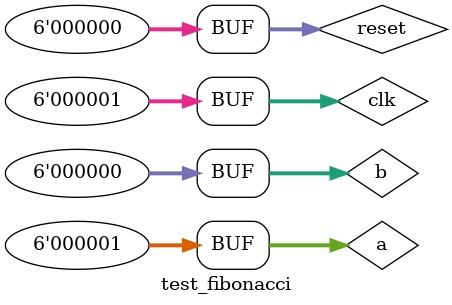
<source format=v>
`timescale 1ns / 1ps


module test_fibonacci(

    );
    reg [5:0] a,b,reset,clk;
    wire [5:0]result;
    fibonacci tf(.a(a),.b(b),.reset(reset),.clk(clk),.result(result));
    initial
        begin
            a = 6'b000_001;
            b = 6'b000_000;
            reset = 0;
            clk = 0;
            #10
            reset = 1;
            clk = 1;
            #10
            reset = 0;
            clk = 0;
            #10
            clk = 1;
            #10
            clk = 0;
            #10
            clk = 1;
            #10
            clk = 0;
            #10
            clk = 1;
            #10
            clk = 0;
            #10
            clk = 1;
            #10
            clk = 0;
            #10
            clk = 1;
            #10
            clk = 0;
            #10
            clk = 1;
            #10
            clk = 0;
            #10
            clk = 1;
            #10
            clk = 0;
            #10
            clk = 1;
        end        
endmodule















</source>
